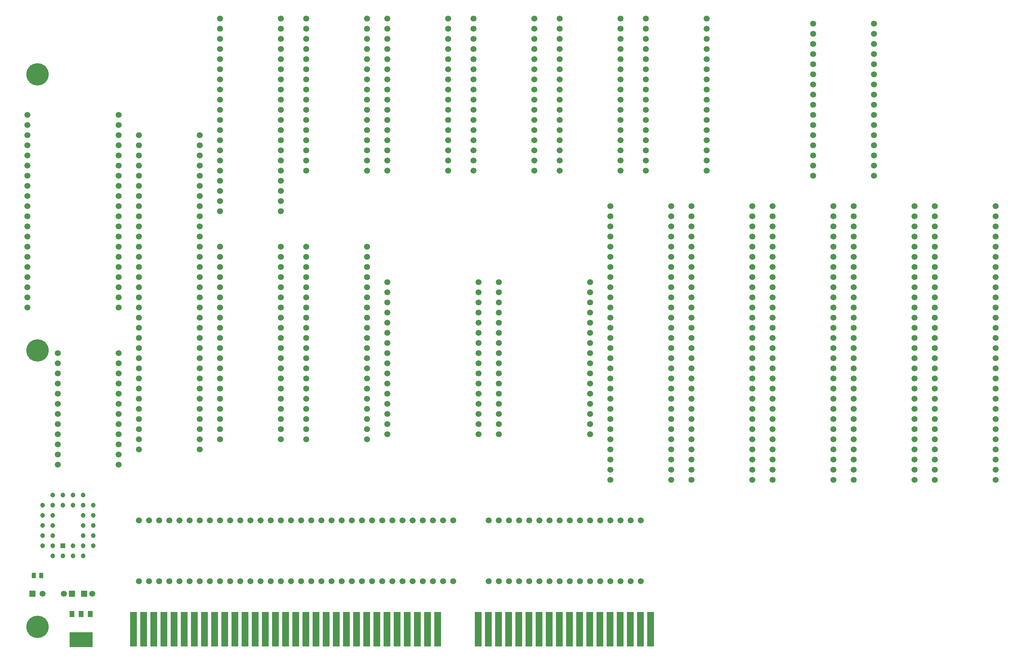
<source format=gts>
%TF.GenerationSoftware,KiCad,Pcbnew,9.0.7-9.0.7~ubuntu24.04.1*%
%TF.CreationDate,2026-01-20T09:44:04+02:00*%
%TF.ProjectId,Graphics Board,47726170-6869-4637-9320-426f6172642e,V0*%
%TF.SameCoordinates,Original*%
%TF.FileFunction,Soldermask,Top*%
%TF.FilePolarity,Negative*%
%FSLAX46Y46*%
G04 Gerber Fmt 4.6, Leading zero omitted, Abs format (unit mm)*
G04 Created by KiCad (PCBNEW 9.0.7-9.0.7~ubuntu24.04.1) date 2026-01-20 09:44:04*
%MOMM*%
%LPD*%
G01*
G04 APERTURE LIST*
G04 Aperture macros list*
%AMRoundRect*
0 Rectangle with rounded corners*
0 $1 Rounding radius*
0 $2 $3 $4 $5 $6 $7 $8 $9 X,Y pos of 4 corners*
0 Add a 4 corners polygon primitive as box body*
4,1,4,$2,$3,$4,$5,$6,$7,$8,$9,$2,$3,0*
0 Add four circle primitives for the rounded corners*
1,1,$1+$1,$2,$3*
1,1,$1+$1,$4,$5*
1,1,$1+$1,$6,$7*
1,1,$1+$1,$8,$9*
0 Add four rect primitives between the rounded corners*
20,1,$1+$1,$2,$3,$4,$5,0*
20,1,$1+$1,$4,$5,$6,$7,0*
20,1,$1+$1,$6,$7,$8,$9,0*
20,1,$1+$1,$8,$9,$2,$3,0*%
G04 Aperture macros list end*
%ADD10C,5.600000*%
%ADD11C,1.500000*%
%ADD12R,1.500000X1.500000*%
%ADD13R,1.780000X8.620000*%
%ADD14RoundRect,0.250000X-0.262500X-0.450000X0.262500X-0.450000X0.262500X0.450000X-0.262500X0.450000X0*%
%ADD15R,1.200000X1.200000*%
%ADD16C,1.200000*%
%ADD17R,1.200000X1.500000*%
%ADD18R,5.842000X3.810000*%
G04 APERTURE END LIST*
D10*
%TO.C,H19*%
X-24130000Y139700000D03*
%TD*%
D11*
%TO.C,B2*%
X21590000Y96520000D03*
X21590000Y93980000D03*
X21590000Y91440000D03*
X21590000Y88900000D03*
X21590000Y86360000D03*
X21590000Y83820000D03*
X21590000Y81280000D03*
X21590000Y78740000D03*
X21590000Y76200000D03*
X21590000Y73660000D03*
X21590000Y71120000D03*
X21590000Y68580000D03*
X21590000Y66040000D03*
X21590000Y63500000D03*
X21590000Y60960000D03*
X21590000Y58420000D03*
X21590000Y55880000D03*
X21590000Y53340000D03*
X21590000Y50800000D03*
X21590000Y48260000D03*
X36830000Y48260000D03*
X36830000Y50800000D03*
X36830000Y53340000D03*
X36830000Y55880000D03*
X36830000Y58420000D03*
X36830000Y60960000D03*
X36830000Y63500000D03*
X36830000Y66040000D03*
X36830000Y68580000D03*
X36830000Y71120000D03*
X36830000Y73660000D03*
X36830000Y76200000D03*
X36830000Y78740000D03*
X36830000Y81280000D03*
X36830000Y83820000D03*
X36830000Y86360000D03*
X36830000Y88900000D03*
X36830000Y91440000D03*
X36830000Y93980000D03*
X36830000Y96520000D03*
%TD*%
D12*
%TO.C,C2*%
X-12402600Y9525000D03*
D11*
X-10402600Y9525000D03*
%TD*%
D12*
%TO.C,LED1*%
X-25400000Y9525000D03*
D11*
X-22860000Y9525000D03*
%TD*%
%TO.C,B16*%
X1270000Y12700000D03*
X3810000Y12700000D03*
X6350000Y12700000D03*
X8890000Y12700000D03*
X11430000Y12700000D03*
X13970000Y12700000D03*
X16510000Y12700000D03*
X19050000Y12700000D03*
X21590000Y12700000D03*
X24130000Y12700000D03*
X26670000Y12700000D03*
X29210000Y12700000D03*
X31750000Y12700000D03*
X34290000Y12700000D03*
X36830000Y12700000D03*
X39370000Y12700000D03*
X41910000Y12700000D03*
X44450000Y12700000D03*
X46990000Y12700000D03*
X49530000Y12700000D03*
X52070000Y12700000D03*
X54610000Y12700000D03*
X57150000Y12700000D03*
X59690000Y12700000D03*
X62230000Y12700000D03*
X64770000Y12700000D03*
X67310000Y12700000D03*
X69850000Y12700000D03*
X72390000Y12700000D03*
X74930000Y12700000D03*
X77470000Y12700000D03*
X80010000Y12700000D03*
X80010000Y27940000D03*
X77470000Y27940000D03*
X74930000Y27940000D03*
X72390000Y27940000D03*
X69850000Y27940000D03*
X67310000Y27940000D03*
X64770000Y27940000D03*
X62230000Y27940000D03*
X59690000Y27940000D03*
X57150000Y27940000D03*
X54610000Y27940000D03*
X52070000Y27940000D03*
X49530000Y27940000D03*
X46990000Y27940000D03*
X44450000Y27940000D03*
X41910000Y27940000D03*
X39370000Y27940000D03*
X36830000Y27940000D03*
X34290000Y27940000D03*
X31750000Y27940000D03*
X29210000Y27940000D03*
X26670000Y27940000D03*
X24130000Y27940000D03*
X21590000Y27940000D03*
X19050000Y27940000D03*
X16510000Y27940000D03*
X13970000Y27940000D03*
X11430000Y27940000D03*
X8890000Y27940000D03*
X6350000Y27940000D03*
X3810000Y27940000D03*
X1270000Y27940000D03*
%TD*%
%TO.C,B14*%
X139700000Y106680000D03*
X139700000Y104140000D03*
X139700000Y101600000D03*
X139700000Y99060000D03*
X139700000Y96520000D03*
X139700000Y93980000D03*
X139700000Y91440000D03*
X139700000Y88900000D03*
X139700000Y86360000D03*
X139700000Y83820000D03*
X139700000Y81280000D03*
X139700000Y78740000D03*
X139700000Y76200000D03*
X139700000Y73660000D03*
X139700000Y71120000D03*
X139700000Y68580000D03*
X139700000Y66040000D03*
X139700000Y63500000D03*
X139700000Y60960000D03*
X139700000Y58420000D03*
X139700000Y55880000D03*
X139700000Y53340000D03*
X139700000Y50800000D03*
X139700000Y48260000D03*
X139700000Y45720000D03*
X139700000Y43180000D03*
X139700000Y40640000D03*
X139700000Y38100000D03*
X154940000Y38100000D03*
X154940000Y40640000D03*
X154940000Y43180000D03*
X154940000Y45720000D03*
X154940000Y48260000D03*
X154940000Y50800000D03*
X154940000Y53340000D03*
X154940000Y55880000D03*
X154940000Y58420000D03*
X154940000Y60960000D03*
X154940000Y63500000D03*
X154940000Y66040000D03*
X154940000Y68580000D03*
X154940000Y71120000D03*
X154940000Y73660000D03*
X154940000Y76200000D03*
X154940000Y78740000D03*
X154940000Y81280000D03*
X154940000Y83820000D03*
X154940000Y86360000D03*
X154940000Y88900000D03*
X154940000Y91440000D03*
X154940000Y93980000D03*
X154940000Y96520000D03*
X154940000Y99060000D03*
X154940000Y101600000D03*
X154940000Y104140000D03*
X154940000Y106680000D03*
%TD*%
%TO.C,B7*%
X127000000Y27940000D03*
X124460000Y27940000D03*
X121920000Y27940000D03*
X119380000Y27940000D03*
X116840000Y27940000D03*
X114300000Y27940000D03*
X111760000Y27940000D03*
X109220000Y27940000D03*
X106680000Y27940000D03*
X104140000Y27940000D03*
X101600000Y27940000D03*
X99060000Y27940000D03*
X96520000Y27940000D03*
X93980000Y27940000D03*
X91440000Y27940000D03*
X88900000Y27940000D03*
X88900000Y12700000D03*
X91440000Y12700000D03*
X93980000Y12700000D03*
X96520000Y12700000D03*
X99060000Y12700000D03*
X101600000Y12700000D03*
X104140000Y12700000D03*
X106680000Y12700000D03*
X109220000Y12700000D03*
X111760000Y12700000D03*
X114300000Y12700000D03*
X116840000Y12700000D03*
X119380000Y12700000D03*
X121920000Y12700000D03*
X124460000Y12700000D03*
X127000000Y12700000D03*
%TD*%
D13*
%TO.C,J5*%
X-50800Y635000D03*
X2489200Y635000D03*
X5029200Y635000D03*
X7569200Y635000D03*
X10109200Y635000D03*
X12649200Y635000D03*
X15189200Y635000D03*
X17729200Y635000D03*
X20269200Y635000D03*
X22809200Y635000D03*
X25349200Y635000D03*
X27889200Y635000D03*
X30429200Y635000D03*
X32969200Y635000D03*
X35509200Y635000D03*
X38049200Y635000D03*
X40589200Y635000D03*
X43129200Y635000D03*
X45669200Y635000D03*
X48209200Y635000D03*
X50749200Y635000D03*
X53289200Y635000D03*
X55829200Y635000D03*
X58369200Y635000D03*
X60909200Y635000D03*
X63449200Y635000D03*
X65989200Y635000D03*
X68529200Y635000D03*
X71069200Y635000D03*
X73609200Y635000D03*
X76149200Y635000D03*
X86309200Y635000D03*
X88849200Y635000D03*
X91389200Y635000D03*
X93929200Y635000D03*
X96469200Y635000D03*
X99009200Y635000D03*
X101549200Y635000D03*
X104089200Y635000D03*
X106629200Y635000D03*
X109169200Y635000D03*
X111709200Y635000D03*
X114249200Y635000D03*
X116789200Y635000D03*
X119329200Y635000D03*
X121869200Y635000D03*
X124409200Y635000D03*
X126949200Y635000D03*
X129489200Y635000D03*
%TD*%
D11*
%TO.C,B8*%
X63500000Y153670000D03*
X63500000Y151130000D03*
X63500000Y148590000D03*
X63500000Y146050000D03*
X63500000Y143510000D03*
X63500000Y140970000D03*
X63500000Y138430000D03*
X63500000Y135890000D03*
X63500000Y133350000D03*
X63500000Y130810000D03*
X63500000Y128270000D03*
X63500000Y125730000D03*
X63500000Y123190000D03*
X63500000Y120650000D03*
X63500000Y118110000D03*
X63500000Y115570000D03*
X78740000Y115570000D03*
X78740000Y118110000D03*
X78740000Y120650000D03*
X78740000Y123190000D03*
X78740000Y125730000D03*
X78740000Y128270000D03*
X78740000Y130810000D03*
X78740000Y133350000D03*
X78740000Y135890000D03*
X78740000Y138430000D03*
X78740000Y140970000D03*
X78740000Y143510000D03*
X78740000Y146050000D03*
X78740000Y148590000D03*
X78740000Y151130000D03*
X78740000Y153670000D03*
%TD*%
%TO.C,B15*%
X128270000Y153670000D03*
X128270000Y151130000D03*
X128270000Y148590000D03*
X128270000Y146050000D03*
X128270000Y143510000D03*
X128270000Y140970000D03*
X128270000Y138430000D03*
X128270000Y135890000D03*
X128270000Y133350000D03*
X128270000Y130810000D03*
X128270000Y128270000D03*
X128270000Y125730000D03*
X128270000Y123190000D03*
X128270000Y120650000D03*
X128270000Y118110000D03*
X128270000Y115570000D03*
X143510000Y115570000D03*
X143510000Y118110000D03*
X143510000Y120650000D03*
X143510000Y123190000D03*
X143510000Y125730000D03*
X143510000Y128270000D03*
X143510000Y130810000D03*
X143510000Y133350000D03*
X143510000Y135890000D03*
X143510000Y138430000D03*
X143510000Y140970000D03*
X143510000Y143510000D03*
X143510000Y146050000D03*
X143510000Y148590000D03*
X143510000Y151130000D03*
X143510000Y153670000D03*
%TD*%
%TO.C,B1*%
X1270000Y124460000D03*
X1270000Y121920000D03*
X1270000Y119380000D03*
X1270000Y116840000D03*
X1270000Y114300000D03*
X1270000Y111760000D03*
X1270000Y109220000D03*
X1270000Y106680000D03*
X1270000Y104140000D03*
X1270000Y101600000D03*
X1270000Y99060000D03*
X1270000Y96520000D03*
X1270000Y93980000D03*
X1270000Y91440000D03*
X1270000Y88900000D03*
X1270000Y86360000D03*
X1270000Y83820000D03*
X1270000Y81280000D03*
X1270000Y78740000D03*
X1270000Y76200000D03*
X1270000Y73660000D03*
X1270000Y71120000D03*
X1270000Y68580000D03*
X1270000Y66040000D03*
X1270000Y63500000D03*
X1270000Y60960000D03*
X1270000Y58420000D03*
X1270000Y55880000D03*
X1270000Y53340000D03*
X1270000Y50800000D03*
X1270000Y48260000D03*
X1270000Y45720000D03*
X16510000Y45720000D03*
X16510000Y48260000D03*
X16510000Y50800000D03*
X16510000Y53340000D03*
X16510000Y55880000D03*
X16510000Y58420000D03*
X16510000Y60960000D03*
X16510000Y63500000D03*
X16510000Y66040000D03*
X16510000Y68580000D03*
X16510000Y71120000D03*
X16510000Y73660000D03*
X16510000Y76200000D03*
X16510000Y78740000D03*
X16510000Y81280000D03*
X16510000Y83820000D03*
X16510000Y86360000D03*
X16510000Y88900000D03*
X16510000Y91440000D03*
X16510000Y93980000D03*
X16510000Y96520000D03*
X16510000Y99060000D03*
X16510000Y101600000D03*
X16510000Y104140000D03*
X16510000Y106680000D03*
X16510000Y109220000D03*
X16510000Y111760000D03*
X16510000Y114300000D03*
X16510000Y116840000D03*
X16510000Y119380000D03*
X16510000Y121920000D03*
X16510000Y124460000D03*
%TD*%
D14*
%TO.C,R3*%
X-25042500Y14107000D03*
X-23217500Y14107000D03*
%TD*%
D12*
%TO.C,C1*%
X-15494000Y9525000D03*
D11*
X-17494000Y9525000D03*
%TD*%
%TO.C,B5*%
X-26670000Y129540000D03*
X-26670000Y127000000D03*
X-26670000Y124460000D03*
X-26670000Y121920000D03*
X-26670000Y119380000D03*
X-26670000Y116840000D03*
X-26670000Y114300000D03*
X-26670000Y111760000D03*
X-26670000Y109220000D03*
X-26670000Y106680000D03*
X-26670000Y104140000D03*
X-26670000Y101600000D03*
X-26670000Y99060000D03*
X-26670000Y96520000D03*
X-26670000Y93980000D03*
X-26670000Y91440000D03*
X-26670000Y88900000D03*
X-26670000Y86360000D03*
X-26670000Y83820000D03*
X-26670000Y81280000D03*
X-3810000Y81280000D03*
X-3810000Y83820000D03*
X-3810000Y86360000D03*
X-3810000Y88900000D03*
X-3810000Y91440000D03*
X-3810000Y93980000D03*
X-3810000Y96520000D03*
X-3810000Y99060000D03*
X-3810000Y101600000D03*
X-3810000Y104140000D03*
X-3810000Y106680000D03*
X-3810000Y109220000D03*
X-3810000Y111760000D03*
X-3810000Y114300000D03*
X-3810000Y116840000D03*
X-3810000Y119380000D03*
X-3810000Y121920000D03*
X-3810000Y124460000D03*
X-3810000Y127000000D03*
X-3810000Y129540000D03*
%TD*%
%TO.C,B3*%
X43180000Y96520000D03*
X43180000Y93980000D03*
X43180000Y91440000D03*
X43180000Y88900000D03*
X43180000Y86360000D03*
X43180000Y83820000D03*
X43180000Y81280000D03*
X43180000Y78740000D03*
X43180000Y76200000D03*
X43180000Y73660000D03*
X43180000Y71120000D03*
X43180000Y68580000D03*
X43180000Y66040000D03*
X43180000Y63500000D03*
X43180000Y60960000D03*
X43180000Y58420000D03*
X43180000Y55880000D03*
X43180000Y53340000D03*
X43180000Y50800000D03*
X43180000Y48260000D03*
X58420000Y48260000D03*
X58420000Y50800000D03*
X58420000Y53340000D03*
X58420000Y55880000D03*
X58420000Y58420000D03*
X58420000Y60960000D03*
X58420000Y63500000D03*
X58420000Y66040000D03*
X58420000Y68580000D03*
X58420000Y71120000D03*
X58420000Y73660000D03*
X58420000Y76200000D03*
X58420000Y78740000D03*
X58420000Y81280000D03*
X58420000Y83820000D03*
X58420000Y86360000D03*
X58420000Y88900000D03*
X58420000Y91440000D03*
X58420000Y93980000D03*
X58420000Y96520000D03*
%TD*%
%TO.C,B19*%
X63500000Y87630000D03*
X63500000Y85090000D03*
X63500000Y82550000D03*
X63500000Y80010000D03*
X63500000Y77470000D03*
X63500000Y74930000D03*
X63500000Y72390000D03*
X63500000Y69850000D03*
X63500000Y67310000D03*
X63500000Y64770000D03*
X63500000Y62230000D03*
X63500000Y59690000D03*
X63500000Y57150000D03*
X63500000Y54610000D03*
X63500000Y52070000D03*
X63500000Y49530000D03*
X86360000Y49530000D03*
X86360000Y52070000D03*
X86360000Y54610000D03*
X86360000Y57150000D03*
X86360000Y59690000D03*
X86360000Y62230000D03*
X86360000Y64770000D03*
X86360000Y67310000D03*
X86360000Y69850000D03*
X86360000Y72390000D03*
X86360000Y74930000D03*
X86360000Y77470000D03*
X86360000Y80010000D03*
X86360000Y82550000D03*
X86360000Y85090000D03*
X86360000Y87630000D03*
%TD*%
D15*
%TO.C,IC2*%
X-17780000Y21590000D03*
D16*
X-15240000Y19050000D03*
X-15240000Y21590000D03*
X-12700000Y19050000D03*
X-10160000Y21590000D03*
X-12700000Y21590000D03*
X-10160000Y24130000D03*
X-12700000Y24130000D03*
X-10160000Y26670000D03*
X-12700000Y26670000D03*
X-10160000Y29210000D03*
X-12700000Y29210000D03*
X-10160000Y31750000D03*
X-12700000Y34290000D03*
X-12700000Y31750000D03*
X-15240000Y34290000D03*
X-15240000Y31750000D03*
X-17780000Y34290000D03*
X-17780000Y31750000D03*
X-20320000Y34290000D03*
X-22860000Y31750000D03*
X-20320000Y31750000D03*
X-22860000Y29210000D03*
X-20320000Y29210000D03*
X-22860000Y26670000D03*
X-20320000Y26670000D03*
X-22860000Y24130000D03*
X-20320000Y24130000D03*
X-22860000Y21590000D03*
X-20320000Y19050000D03*
X-20320000Y21590000D03*
X-17780000Y19050000D03*
%TD*%
D10*
%TO.C,H1*%
X-24130000Y70485000D03*
%TD*%
D11*
%TO.C,B11*%
X106680000Y153670000D03*
X106680000Y151130000D03*
X106680000Y148590000D03*
X106680000Y146050000D03*
X106680000Y143510000D03*
X106680000Y140970000D03*
X106680000Y138430000D03*
X106680000Y135890000D03*
X106680000Y133350000D03*
X106680000Y130810000D03*
X106680000Y128270000D03*
X106680000Y125730000D03*
X106680000Y123190000D03*
X106680000Y120650000D03*
X106680000Y118110000D03*
X106680000Y115570000D03*
X121920000Y115570000D03*
X121920000Y118110000D03*
X121920000Y120650000D03*
X121920000Y123190000D03*
X121920000Y125730000D03*
X121920000Y128270000D03*
X121920000Y130810000D03*
X121920000Y133350000D03*
X121920000Y135890000D03*
X121920000Y138430000D03*
X121920000Y140970000D03*
X121920000Y143510000D03*
X121920000Y146050000D03*
X121920000Y148590000D03*
X121920000Y151130000D03*
X121920000Y153670000D03*
%TD*%
%TO.C,B18*%
X43180000Y153670000D03*
X43180000Y151130000D03*
X43180000Y148590000D03*
X43180000Y146050000D03*
X43180000Y143510000D03*
X43180000Y140970000D03*
X43180000Y138430000D03*
X43180000Y135890000D03*
X43180000Y133350000D03*
X43180000Y130810000D03*
X43180000Y128270000D03*
X43180000Y125730000D03*
X43180000Y123190000D03*
X43180000Y120650000D03*
X43180000Y118110000D03*
X43180000Y115570000D03*
X58420000Y115570000D03*
X58420000Y118110000D03*
X58420000Y120650000D03*
X58420000Y123190000D03*
X58420000Y125730000D03*
X58420000Y128270000D03*
X58420000Y130810000D03*
X58420000Y133350000D03*
X58420000Y135890000D03*
X58420000Y138430000D03*
X58420000Y140970000D03*
X58420000Y143510000D03*
X58420000Y146050000D03*
X58420000Y148590000D03*
X58420000Y151130000D03*
X58420000Y153670000D03*
%TD*%
%TO.C,B12*%
X119380000Y106680000D03*
X119380000Y104140000D03*
X119380000Y101600000D03*
X119380000Y99060000D03*
X119380000Y96520000D03*
X119380000Y93980000D03*
X119380000Y91440000D03*
X119380000Y88900000D03*
X119380000Y86360000D03*
X119380000Y83820000D03*
X119380000Y81280000D03*
X119380000Y78740000D03*
X119380000Y76200000D03*
X119380000Y73660000D03*
X119380000Y71120000D03*
X119380000Y68580000D03*
X119380000Y66040000D03*
X119380000Y63500000D03*
X119380000Y60960000D03*
X119380000Y58420000D03*
X119380000Y55880000D03*
X119380000Y53340000D03*
X119380000Y50800000D03*
X119380000Y48260000D03*
X119380000Y45720000D03*
X119380000Y43180000D03*
X119380000Y40640000D03*
X119380000Y38100000D03*
X134620000Y38100000D03*
X134620000Y40640000D03*
X134620000Y43180000D03*
X134620000Y45720000D03*
X134620000Y48260000D03*
X134620000Y50800000D03*
X134620000Y53340000D03*
X134620000Y55880000D03*
X134620000Y58420000D03*
X134620000Y60960000D03*
X134620000Y63500000D03*
X134620000Y66040000D03*
X134620000Y68580000D03*
X134620000Y71120000D03*
X134620000Y73660000D03*
X134620000Y76200000D03*
X134620000Y78740000D03*
X134620000Y81280000D03*
X134620000Y83820000D03*
X134620000Y86360000D03*
X134620000Y88900000D03*
X134620000Y91440000D03*
X134620000Y93980000D03*
X134620000Y96520000D03*
X134620000Y99060000D03*
X134620000Y101600000D03*
X134620000Y104140000D03*
X134620000Y106680000D03*
%TD*%
D17*
%TO.C,IC1*%
X-10894000Y4445000D03*
X-13194000Y4445000D03*
X-15494000Y4445000D03*
D18*
X-13194000Y-1930000D03*
%TD*%
D11*
%TO.C,B9*%
X85124000Y153670000D03*
X85124000Y151130000D03*
X85124000Y148590000D03*
X85124000Y146050000D03*
X85124000Y143510000D03*
X85124000Y140970000D03*
X85124000Y138430000D03*
X85124000Y135890000D03*
X85124000Y133350000D03*
X85124000Y130810000D03*
X85124000Y128270000D03*
X85124000Y125730000D03*
X85124000Y123190000D03*
X85124000Y120650000D03*
X85124000Y118110000D03*
X85124000Y115570000D03*
X100364000Y115570000D03*
X100364000Y118110000D03*
X100364000Y120650000D03*
X100364000Y123190000D03*
X100364000Y125730000D03*
X100364000Y128270000D03*
X100364000Y130810000D03*
X100364000Y133350000D03*
X100364000Y135890000D03*
X100364000Y138430000D03*
X100364000Y140970000D03*
X100364000Y143510000D03*
X100364000Y146050000D03*
X100364000Y148590000D03*
X100364000Y151130000D03*
X100364000Y153670000D03*
%TD*%
%TO.C,B21*%
X170180000Y152400000D03*
X170180000Y149860000D03*
X170180000Y147320000D03*
X170180000Y144780000D03*
X170180000Y142240000D03*
X170180000Y139700000D03*
X170180000Y137160000D03*
X170180000Y134620000D03*
X170180000Y132080000D03*
X170180000Y129540000D03*
X170180000Y127000000D03*
X170180000Y124460000D03*
X170180000Y121920000D03*
X170180000Y119380000D03*
X170180000Y116840000D03*
X170180000Y114300000D03*
X185420000Y114300000D03*
X185420000Y116840000D03*
X185420000Y119380000D03*
X185420000Y121920000D03*
X185420000Y124460000D03*
X185420000Y127000000D03*
X185420000Y129540000D03*
X185420000Y132080000D03*
X185420000Y134620000D03*
X185420000Y137160000D03*
X185420000Y139700000D03*
X185420000Y142240000D03*
X185420000Y144780000D03*
X185420000Y147320000D03*
X185420000Y149860000D03*
X185420000Y152400000D03*
%TD*%
%TO.C,B4*%
X160020000Y106680000D03*
X160020000Y104140000D03*
X160020000Y101600000D03*
X160020000Y99060000D03*
X160020000Y96520000D03*
X160020000Y93980000D03*
X160020000Y91440000D03*
X160020000Y88900000D03*
X160020000Y86360000D03*
X160020000Y83820000D03*
X160020000Y81280000D03*
X160020000Y78740000D03*
X160020000Y76200000D03*
X160020000Y73660000D03*
X160020000Y71120000D03*
X160020000Y68580000D03*
X160020000Y66040000D03*
X160020000Y63500000D03*
X160020000Y60960000D03*
X160020000Y58420000D03*
X160020000Y55880000D03*
X160020000Y53340000D03*
X160020000Y50800000D03*
X160020000Y48260000D03*
X160020000Y45720000D03*
X160020000Y43180000D03*
X160020000Y40640000D03*
X160020000Y38100000D03*
X175260000Y38100000D03*
X175260000Y40640000D03*
X175260000Y43180000D03*
X175260000Y45720000D03*
X175260000Y48260000D03*
X175260000Y50800000D03*
X175260000Y53340000D03*
X175260000Y55880000D03*
X175260000Y58420000D03*
X175260000Y60960000D03*
X175260000Y63500000D03*
X175260000Y66040000D03*
X175260000Y68580000D03*
X175260000Y71120000D03*
X175260000Y73660000D03*
X175260000Y76200000D03*
X175260000Y78740000D03*
X175260000Y81280000D03*
X175260000Y83820000D03*
X175260000Y86360000D03*
X175260000Y88900000D03*
X175260000Y91440000D03*
X175260000Y93980000D03*
X175260000Y96520000D03*
X175260000Y99060000D03*
X175260000Y101600000D03*
X175260000Y104140000D03*
X175260000Y106680000D03*
%TD*%
%TO.C,B10*%
X-19050000Y69850000D03*
X-19050000Y67310000D03*
X-19050000Y64770000D03*
X-19050000Y62230000D03*
X-19050000Y59690000D03*
X-19050000Y57150000D03*
X-19050000Y54610000D03*
X-19050000Y52070000D03*
X-19050000Y49530000D03*
X-19050000Y46990000D03*
X-19050000Y44450000D03*
X-19050000Y41910000D03*
X-3810000Y41910000D03*
X-3810000Y44450000D03*
X-3810000Y46990000D03*
X-3810000Y49530000D03*
X-3810000Y52070000D03*
X-3810000Y54610000D03*
X-3810000Y57150000D03*
X-3810000Y59690000D03*
X-3810000Y62230000D03*
X-3810000Y64770000D03*
X-3810000Y67310000D03*
X-3810000Y69850000D03*
%TD*%
%TO.C,B6*%
X180340000Y106680000D03*
X180340000Y104140000D03*
X180340000Y101600000D03*
X180340000Y99060000D03*
X180340000Y96520000D03*
X180340000Y93980000D03*
X180340000Y91440000D03*
X180340000Y88900000D03*
X180340000Y86360000D03*
X180340000Y83820000D03*
X180340000Y81280000D03*
X180340000Y78740000D03*
X180340000Y76200000D03*
X180340000Y73660000D03*
X180340000Y71120000D03*
X180340000Y68580000D03*
X180340000Y66040000D03*
X180340000Y63500000D03*
X180340000Y60960000D03*
X180340000Y58420000D03*
X180340000Y55880000D03*
X180340000Y53340000D03*
X180340000Y50800000D03*
X180340000Y48260000D03*
X180340000Y45720000D03*
X180340000Y43180000D03*
X180340000Y40640000D03*
X180340000Y38100000D03*
X195580000Y38100000D03*
X195580000Y40640000D03*
X195580000Y43180000D03*
X195580000Y45720000D03*
X195580000Y48260000D03*
X195580000Y50800000D03*
X195580000Y53340000D03*
X195580000Y55880000D03*
X195580000Y58420000D03*
X195580000Y60960000D03*
X195580000Y63500000D03*
X195580000Y66040000D03*
X195580000Y68580000D03*
X195580000Y71120000D03*
X195580000Y73660000D03*
X195580000Y76200000D03*
X195580000Y78740000D03*
X195580000Y81280000D03*
X195580000Y83820000D03*
X195580000Y86360000D03*
X195580000Y88900000D03*
X195580000Y91440000D03*
X195580000Y93980000D03*
X195580000Y96520000D03*
X195580000Y99060000D03*
X195580000Y101600000D03*
X195580000Y104140000D03*
X195580000Y106680000D03*
%TD*%
%TO.C,B20*%
X91440000Y87630000D03*
X91440000Y85090000D03*
X91440000Y82550000D03*
X91440000Y80010000D03*
X91440000Y77470000D03*
X91440000Y74930000D03*
X91440000Y72390000D03*
X91440000Y69850000D03*
X91440000Y67310000D03*
X91440000Y64770000D03*
X91440000Y62230000D03*
X91440000Y59690000D03*
X91440000Y57150000D03*
X91440000Y54610000D03*
X91440000Y52070000D03*
X91440000Y49530000D03*
X114300000Y49530000D03*
X114300000Y52070000D03*
X114300000Y54610000D03*
X114300000Y57150000D03*
X114300000Y59690000D03*
X114300000Y62230000D03*
X114300000Y64770000D03*
X114300000Y67310000D03*
X114300000Y69850000D03*
X114300000Y72390000D03*
X114300000Y74930000D03*
X114300000Y77470000D03*
X114300000Y80010000D03*
X114300000Y82550000D03*
X114300000Y85090000D03*
X114300000Y87630000D03*
%TD*%
D10*
%TO.C,H9*%
X-24130000Y1270000D03*
%TD*%
D11*
%TO.C,B17*%
X21590000Y153670000D03*
X21590000Y151130000D03*
X21590000Y148590000D03*
X21590000Y146050000D03*
X21590000Y143510000D03*
X21590000Y140970000D03*
X21590000Y138430000D03*
X21590000Y135890000D03*
X21590000Y133350000D03*
X21590000Y130810000D03*
X21590000Y128270000D03*
X21590000Y125730000D03*
X21590000Y123190000D03*
X21590000Y120650000D03*
X21590000Y118110000D03*
X21590000Y115570000D03*
X21590000Y113030000D03*
X21590000Y110490000D03*
X21590000Y107950000D03*
X21590000Y105410000D03*
X36830000Y105410000D03*
X36830000Y107950000D03*
X36830000Y110490000D03*
X36830000Y113030000D03*
X36830000Y115570000D03*
X36830000Y118110000D03*
X36830000Y120650000D03*
X36830000Y123190000D03*
X36830000Y125730000D03*
X36830000Y128270000D03*
X36830000Y130810000D03*
X36830000Y133350000D03*
X36830000Y135890000D03*
X36830000Y138430000D03*
X36830000Y140970000D03*
X36830000Y143510000D03*
X36830000Y146050000D03*
X36830000Y148590000D03*
X36830000Y151130000D03*
X36830000Y153670000D03*
%TD*%
%TO.C,B13*%
X200660000Y106680000D03*
X200660000Y104140000D03*
X200660000Y101600000D03*
X200660000Y99060000D03*
X200660000Y96520000D03*
X200660000Y93980000D03*
X200660000Y91440000D03*
X200660000Y88900000D03*
X200660000Y86360000D03*
X200660000Y83820000D03*
X200660000Y81280000D03*
X200660000Y78740000D03*
X200660000Y76200000D03*
X200660000Y73660000D03*
X200660000Y71120000D03*
X200660000Y68580000D03*
X200660000Y66040000D03*
X200660000Y63500000D03*
X200660000Y60960000D03*
X200660000Y58420000D03*
X200660000Y55880000D03*
X200660000Y53340000D03*
X200660000Y50800000D03*
X200660000Y48260000D03*
X200660000Y45720000D03*
X200660000Y43180000D03*
X200660000Y40640000D03*
X200660000Y38100000D03*
X215900000Y38100000D03*
X215900000Y40640000D03*
X215900000Y43180000D03*
X215900000Y45720000D03*
X215900000Y48260000D03*
X215900000Y50800000D03*
X215900000Y53340000D03*
X215900000Y55880000D03*
X215900000Y58420000D03*
X215900000Y60960000D03*
X215900000Y63500000D03*
X215900000Y66040000D03*
X215900000Y68580000D03*
X215900000Y71120000D03*
X215900000Y73660000D03*
X215900000Y76200000D03*
X215900000Y78740000D03*
X215900000Y81280000D03*
X215900000Y83820000D03*
X215900000Y86360000D03*
X215900000Y88900000D03*
X215900000Y91440000D03*
X215900000Y93980000D03*
X215900000Y96520000D03*
X215900000Y99060000D03*
X215900000Y101600000D03*
X215900000Y104140000D03*
X215900000Y106680000D03*
%TD*%
M02*

</source>
